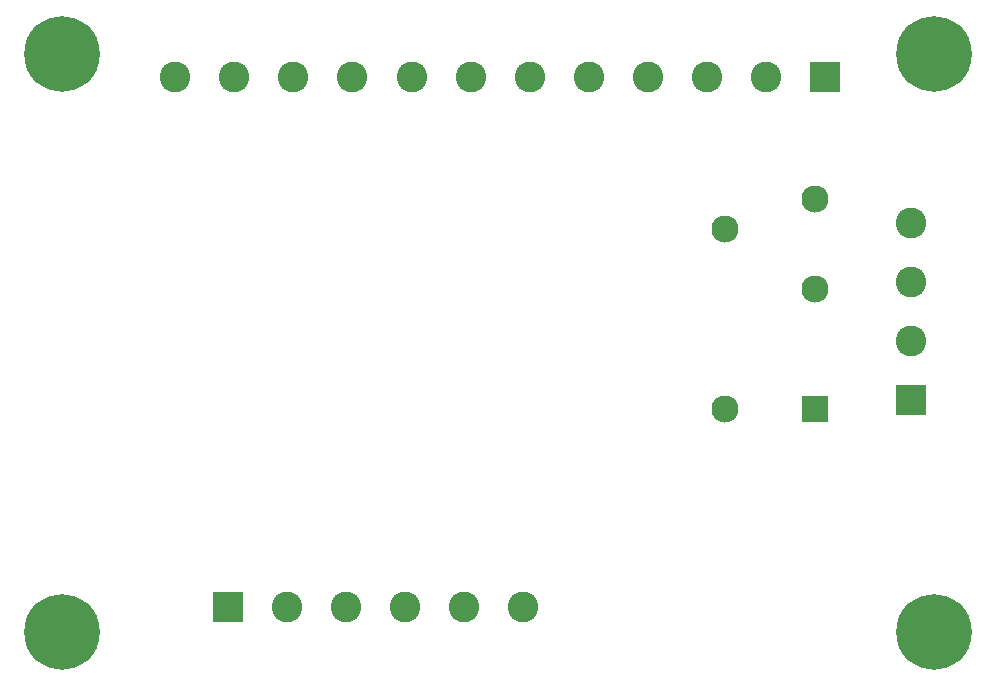
<source format=gbs>
G04 #@! TF.GenerationSoftware,KiCad,Pcbnew,7.0.1*
G04 #@! TF.CreationDate,2023-12-04T13:47:49-08:00*
G04 #@! TF.ProjectId,GReX_Power,47526558-5f50-46f7-9765-722e6b696361,2*
G04 #@! TF.SameCoordinates,Original*
G04 #@! TF.FileFunction,Soldermask,Bot*
G04 #@! TF.FilePolarity,Negative*
%FSLAX46Y46*%
G04 Gerber Fmt 4.6, Leading zero omitted, Abs format (unit mm)*
G04 Created by KiCad (PCBNEW 7.0.1) date 2023-12-04 13:47:49*
%MOMM*%
%LPD*%
G01*
G04 APERTURE LIST*
%ADD10R,2.600000X2.600000*%
%ADD11C,2.600000*%
%ADD12C,3.600000*%
%ADD13C,6.400000*%
%ADD14R,2.300000X2.300000*%
%ADD15C,2.300000*%
G04 APERTURE END LIST*
D10*
X144692000Y-121092000D03*
D11*
X149692000Y-121092000D03*
X154692000Y-121092000D03*
X159692000Y-121092000D03*
X164692000Y-121092000D03*
X169692000Y-121092000D03*
D10*
X202538000Y-103580000D03*
D11*
X202538000Y-98580000D03*
X202538000Y-93580000D03*
X202538000Y-88580000D03*
D12*
X130600000Y-74300000D03*
D13*
X130600000Y-74300000D03*
D12*
X204500000Y-123200000D03*
D13*
X204500000Y-123200000D03*
D12*
X204500000Y-74300000D03*
D13*
X204500000Y-74300000D03*
D10*
X195233000Y-76261000D03*
D11*
X190233000Y-76261000D03*
X185233000Y-76261000D03*
X180233000Y-76261000D03*
X175233000Y-76261000D03*
X170233000Y-76261000D03*
X165233000Y-76261000D03*
X160233000Y-76261000D03*
X155233000Y-76261000D03*
X150233000Y-76261000D03*
X145233000Y-76261000D03*
X140233000Y-76261000D03*
D14*
X194410000Y-104328000D03*
D15*
X194410000Y-94168000D03*
X194410000Y-86548000D03*
X186790000Y-89088000D03*
X186790000Y-104328000D03*
D12*
X130600000Y-123200000D03*
D13*
X130600000Y-123200000D03*
M02*

</source>
